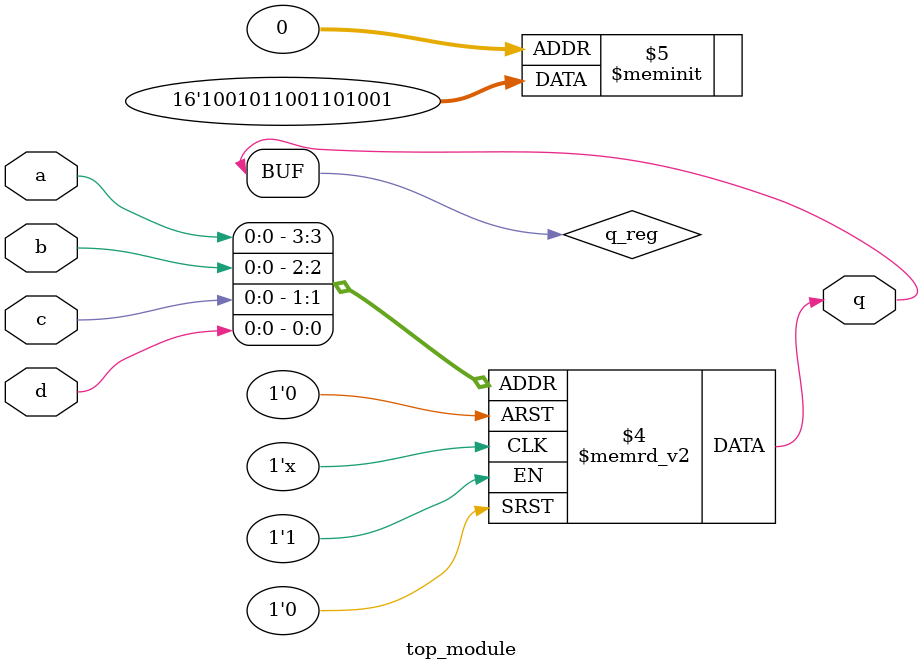
<source format=sv>
module top_module (
    input a, 
    input b, 
    input c, 
    input d,
    output q
);

reg q_reg;

always @(*) begin
    case ({a, b, c, d})
        4'b0000: q_reg = 1'b1;
        4'b0001: q_reg = 1'b0;
        4'b0010: q_reg = 1'b0;
        4'b0011: q_reg = 1'b1;
        4'b0100: q_reg = 1'b0;
        4'b0101: q_reg = 1'b1;
        4'b0110: q_reg = 1'b1;
        4'b0111: q_reg = 1'b0;
        4'b1000: q_reg = 1'b0;
        4'b1001: q_reg = 1'b1;
        4'b1010: q_reg = 1'b1;
        4'b1011: q_reg = 1'b0;
        4'b1100: q_reg = 1'b1;
        4'b1101: q_reg = 1'b0;
        4'b1110: q_reg = 1'b0;
        4'b1111: q_reg = 1'b1;
    endcase
end

assign q = q_reg;

endmodule

</source>
